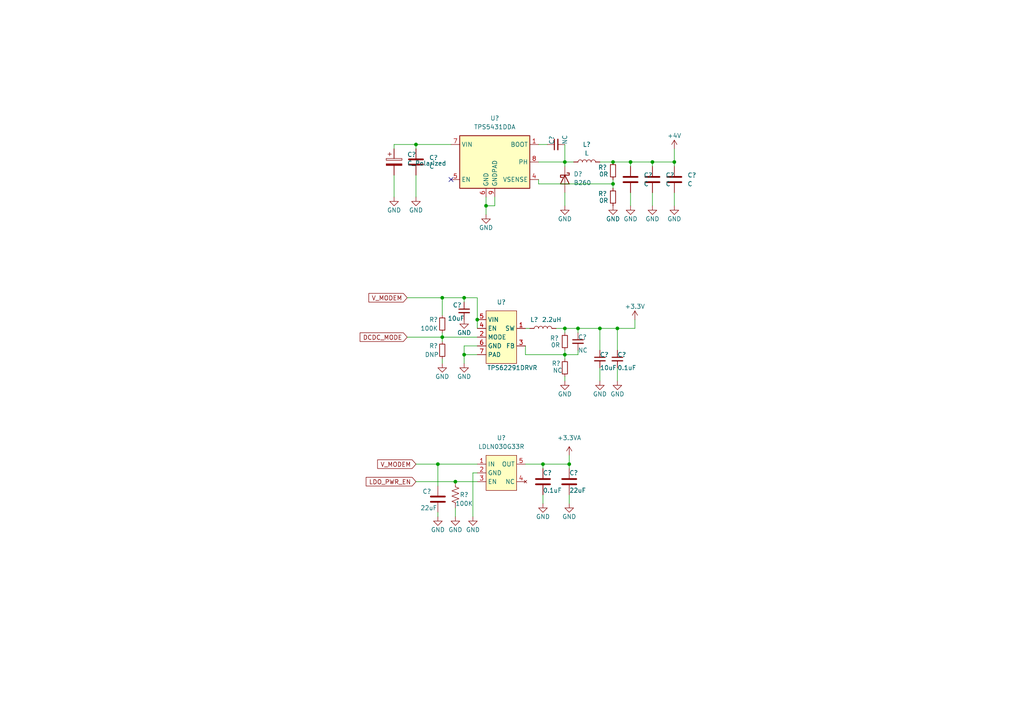
<source format=kicad_sch>
(kicad_sch (version 20230121) (generator eeschema)
  (paper "A4")
  (lib_symbols
    (symbol "Device:C" (pin_numbers hide) (pin_names (offset 0.254))
      (property "Reference" "C" (at 0.635 2.54 0))
      (property "Value" "C" (at 0.635 -2.54 0))
      (symbol "C_0_1"
        (polyline (pts (xy -2.032 -0.762) (xy 2.032 -0.762)) (stroke (width 0.508)))
        (polyline (pts (xy -2.032 0.762) (xy 2.032 0.762)) (stroke (width 0.508)))
      )
      (symbol "C_1_1"
        (pin passive line (at 0 3.81 270) (length 2.794) (name "~") (number "1"))
        (pin passive line (at 0 -3.81 90) (length 2.794) (name "~") (number "2"))
      )
    )
    (symbol "Device:C_Polarized" (pin_numbers hide) (pin_names (offset 0.254))
      (property "Reference" "C" (at 0.635 2.54 0))
      (property "Value" "C_Polarized" (at 0.635 -2.54 0))
      (symbol "C_Polarized_0_1"
        (rectangle (start -2.286 0.508) (end 2.286 1.016))
        (polyline (pts (xy -1.778 2.286) (xy -0.762 2.286)))
        (polyline (pts (xy -1.27 2.794) (xy -1.27 1.778)))
        (rectangle (start 2.286 -0.508) (end -2.286 -1.016) (fill (type outline)))
      )
      (symbol "C_Polarized_1_1"
        (pin passive line (at 0 3.81 270) (length 2.794) (name "~") (number "1"))
        (pin passive line (at 0 -3.81 90) (length 2.794) (name "~") (number "2"))
      )
    )
    (symbol "Device:C_Small" (pin_numbers hide) (pin_names (offset 0.254) hide)
      (property "Reference" "C" (at 0.254 1.778 0))
      (property "Value" "C_Small" (at 0.254 -2.032 0))
      (symbol "C_Small_0_1"
        (polyline (pts (xy -1.524 -0.508) (xy 1.524 -0.508)) (stroke (width 0.3302)))
        (polyline (pts (xy -1.524 0.508) (xy 1.524 0.508)) (stroke (width 0.3048)))
      )
      (symbol "C_Small_1_1"
        (pin passive line (at 0 2.54 270) (length 2.032) (name "~") (number "1"))
        (pin passive line (at 0 -2.54 90) (length 2.032) (name "~") (number "2"))
      )
    )
    (symbol "Device:L" (pin_numbers hide) (pin_names (offset 1.016) hide)
      (property "Reference" "L" (at -1.27 0 90))
      (property "Value" "L" (at 1.905 0 90))
      (symbol "L_0_1"
        (arc (start 0 -2.54) (mid 0.6323 -1.905) (end 0 -1.27))
        (arc (start 0 -1.27) (mid 0.6323 -0.635) (end 0 0))
        (arc (start 0 0) (mid 0.6323 0.635) (end 0 1.27))
        (arc (start 0 1.27) (mid 0.6323 1.905) (end 0 2.54))
      )
      (symbol "L_1_1"
        (pin passive line (at 0 3.81 270) (length 1.27) (name "1") (number "1"))
        (pin passive line (at 0 -3.81 90) (length 1.27) (name "2") (number "2"))
      )
    )
    (symbol "Device:R_Small" (pin_numbers hide) (pin_names (offset 0.254) hide)
      (property "Reference" "R" (at 0.762 0.508 0))
      (property "Value" "R_Small" (at 0.762 -1.016 0))
      (symbol "R_Small_0_1"
        (rectangle (start -0.762 1.778) (end 0.762 -1.778) (stroke (width 0.2032)))
      )
      (symbol "R_Small_1_1"
        (pin passive line (at 0 2.54 270) (length 0.762) (name "~") (number "1"))
        (pin passive line (at 0 -2.54 90) (length 0.762) (name "~") (number "2"))
      )
    )
    (symbol "Device:R_US" (pin_numbers hide) (pin_names (offset 0))
      (property "Reference" "R" (at 2.54 0 90))
      (property "Value" "R_US" (at -2.54 0 90))
      (symbol "R_US_0_1"
        (polyline (pts (xy 0 -2.286) (xy 0 -2.54)))
        (polyline (pts (xy 0 2.286) (xy 0 2.54)))
        (polyline (pts (xy 0 -0.762) (xy 1.016 -1.143) (xy 0 -1.524) (xy -1.016 -1.905) (xy 0 -2.286)))
        (polyline (pts (xy 0 0.762) (xy 1.016 0.381) (xy 0 0) (xy -1.016 -0.381) (xy 0 -0.762)))
        (polyline (pts (xy 0 2.286) (xy 1.016 1.905) (xy 0 1.524) (xy -1.016 1.143) (xy 0 0.762)))
      )
      (symbol "R_US_1_1"
        (pin passive line (at 0 3.81 270) (length 1.27) (name "~") (number "1"))
        (pin passive line (at 0 -3.81 90) (length 1.27) (name "~") (number "2"))
      )
    )
    (symbol "Diode:B260" (pin_numbers hide) (pin_names (offset 1.016) hide)
      (property "Reference" "D" (at 0 2.54 0))
      (property "Value" "B260" (at 0 -2.54 0))
      (symbol "B260_0_1"
        (polyline (pts (xy 1.27 0) (xy -1.27 0)))
        (polyline (pts (xy 1.27 1.27) (xy 1.27 -1.27) (xy -1.27 0) (xy 1.27 1.27)) (stroke (width 0.254)))
        (polyline (pts (xy -1.905 0.635) (xy -1.905 1.27) (xy -1.27 1.27) (xy -1.27 -1.27) (xy -0.635 -1.27) (xy -0.635 -0.635)) (stroke (width 0.254)))
      )
      (symbol "B260_1_1"
        (pin passive line (at -3.81 0 0) (length 2.54) (name "K") (number "1"))
        (pin passive line (at 3.81 0 180) (length 2.54) (name "A") (number "2"))
      )
    )
    (symbol "Regulator_Switching:TPS5431DDA"
      (property "Reference" "U" (at -10.16 8.89 0))
      (property "Value" "TPS5431DDA" (at -1.27 8.89 0))
      (symbol "TPS5431DDA_0_1"
        (rectangle (start -10.16 7.62) (end 10.16 -7.62) (stroke (width 0.254)) (fill (type background)))
      )
      (symbol "TPS5431DDA_1_1"
        (pin input line (at 12.7 5.08 180) (length 2.54) (name "BOOT") (number "1"))
        (pin no_connect line (at -10.16 2.54 0) (length 2.54) hide (name "NC") (number "2"))
        (pin no_connect line (at -10.16 -2.54 0) (length 2.54) hide (name "NC") (number "3"))
        (pin input line (at 12.7 -5.08 180) (length 2.54) (name "VSENSE") (number "4"))
        (pin input line (at -12.7 -5.08 0) (length 2.54) (name "EN") (number "5"))
        (pin power_in line (at -2.54 -10.16 90) (length 2.54) (name "GND") (number "6"))
        (pin power_in line (at -12.7 5.08 0) (length 2.54) (name "VIN") (number "7"))
        (pin output line (at 12.7 0 180) (length 2.54) (name "PH") (number "8"))
        (pin power_in line (at 0 -10.16 90) (length 2.54) (name "GNDPAD") (number "9"))
      )
    )
    (symbol "kicad_lib_particle:LDLN025M18R"
      (property "Reference" "U" (at 2.54 11.43 0))
      (property "Value" "LDLN025M18R" (at 8.89 -1.27 0))
      (symbol "LDLN025M18R_1_1"
        (rectangle (start 2.54 10.16) (end 11.43 0) (fill (type background)))
        (pin power_in line (at 0 7.62 0) (length 2.54) (name "IN") (number "1"))
        (pin power_in line (at 0 5.08 0) (length 2.54) (name "GND") (number "2"))
        (pin input line (at 0 2.54 0) (length 2.54) (name "EN") (number "3"))
        (pin no_connect line (at 13.97 2.54 180) (length 2.54) (name "NC") (number "4"))
        (pin power_out line (at 13.97 7.62 180) (length 2.54) (name "OUT") (number "5"))
      )
    )
    (symbol "kicad_lib_particle:TPS62291DRVR"
      (property "Reference" "U" (at -1.27 16.51 0))
      (property "Value" "TPS62291DRVR" (at 8.89 16.51 0))
      (symbol "TPS62291DRVR_1_1"
        (rectangle (start 0 15.24) (end 8.89 0) (fill (type background)))
        (pin power_in line (at 11.43 10.16 180) (length 2.54) (name "SW") (number "1"))
        (pin input line (at -2.54 7.62 0) (length 2.54) (name "MODE") (number "2"))
        (pin power_in line (at 11.43 5.08 180) (length 2.54) (name "FB") (number "3"))
        (pin input line (at -2.54 10.16 0) (length 2.54) (name "EN") (number "4"))
        (pin power_in line (at -2.54 12.7 0) (length 2.54) (name "VIN") (number "5"))
        (pin power_in line (at -2.54 5.08 0) (length 2.54) (name "GND") (number "6"))
        (pin power_in line (at -2.54 2.54 0) (length 2.54) (name "PAD") (number "7"))
      )
    )
    (symbol "power:+3.3V" (power) (pin_names (offset 0))
      (property "Value" "+3.3V" (at 0 3.556 0))
      (symbol "+3.3V_0_1"
        (polyline (pts (xy -0.762 1.27) (xy 0 2.54)))
        (polyline (pts (xy 0 0) (xy 0 2.54)))
        (polyline (pts (xy 0 2.54) (xy 0.762 1.27)))
      )
      (symbol "+3.3V_1_1"
        (pin power_in line (at 0 0 90) (length 0) hide (name "+3.3V") (number "1"))
      )
    )
    (symbol "power:+3.3VA" (power) (pin_names (offset 0))
      (property "Value" "+3.3VA" (at 0 3.556 0))
      (symbol "+3.3VA_0_1"
        (polyline (pts (xy -0.762 1.27) (xy 0 2.54)))
        (polyline (pts (xy 0 0) (xy 0 2.54)))
        (polyline (pts (xy 0 2.54) (xy 0.762 1.27)))
      )
      (symbol "+3.3VA_1_1"
        (pin power_in line (at 0 0 90) (length 0) hide (name "+3.3VA") (number "1"))
      )
    )
    (symbol "power:+4V" (power) (pin_names (offset 0))
      (property "Value" "+4V" (at 0 3.556 0))
      (symbol "+4V_0_1"
        (polyline (pts (xy -0.762 1.27) (xy 0 2.54)))
        (polyline (pts (xy 0 0) (xy 0 2.54)))
        (polyline (pts (xy 0 2.54) (xy 0.762 1.27)))
      )
      (symbol "+4V_1_1"
        (pin power_in line (at 0 0 90) (length 0) hide (name "+4V") (number "1"))
      )
    )
    (symbol "power:GND" (power) (pin_names (offset 0))
      (property "Value" "GND" (at 0 -3.81 0))
      (symbol "GND_0_1"
        (polyline (pts (xy 0 0) (xy 0 -1.27) (xy 1.27 -1.27) (xy 0 -2.54) (xy -1.27 -1.27) (xy 0 -1.27)))
      )
      (symbol "GND_1_1"
        (pin power_in line (at 0 0 270) (length 0) hide (name "GND") (number "1"))
      )
    )
  )
  (junction (at 189.23 46.99))
  (junction (at 163.83 102.87))
  (junction (at 138.43 92.71))
  (junction (at 195.58 46.99))
  (junction (at 140.97 59.69))
  (junction (at 182.88 46.99))
  (junction (at 128.27 86.36))
  (junction (at 128.27 97.79))
  (junction (at 127 134.62))
  (junction (at 165.1 134.62))
  (junction (at 179.07 95.25))
  (junction (at 134.62 86.36))
  (junction (at 120.65 41.91))
  (junction (at 132.08 139.7))
  (junction (at 167.64 95.25))
  (junction (at 177.8 46.99))
  (junction (at 157.48 134.62))
  (junction (at 177.8 53.34))
  (junction (at 173.99 95.25))
  (junction (at 134.62 102.87))
  (junction (at 163.83 95.25))
  (junction (at 163.83 46.99))
  (no_connect (at 130.81 52.07))
  (wire (pts (xy 143.51 57.15) (xy 143.51 59.69)))
  (wire (pts (xy 152.4 95.25) (xy 153.67 95.25)))
  (wire (pts (xy 156.21 53.34) (xy 177.8 53.34)))
  (wire (pts (xy 134.62 86.36) (xy 134.62 87.63)))
  (wire (pts (xy 128.27 97.79) (xy 138.43 97.79)))
  (wire (pts (xy 173.99 110.49) (xy 173.99 106.68)))
  (wire (pts (xy 128.27 86.36) (xy 128.27 91.44)))
  (wire (pts (xy 140.97 59.69) (xy 140.97 57.15)))
  (wire (pts (xy 156.21 46.99) (xy 163.83 46.99)))
  (wire (pts (xy 134.62 86.36) (xy 138.43 86.36)))
  (wire (pts (xy 195.58 59.69) (xy 195.58 55.88)))
  (wire (pts (xy 120.65 41.91) (xy 120.65 43.18)))
  (wire (pts (xy 138.43 100.33) (xy 134.62 100.33)))
  (wire (pts (xy 189.23 46.99) (xy 195.58 46.99)))
  (wire (pts (xy 189.23 59.69) (xy 189.23 55.88)))
  (wire (pts (xy 143.51 59.69) (xy 140.97 59.69)))
  (wire (pts (xy 163.83 46.99) (xy 163.83 48.26)))
  (wire (pts (xy 179.07 95.25) (xy 179.07 101.6)))
  (wire (pts (xy 134.62 102.87) (xy 134.62 105.41)))
  (wire (pts (xy 165.1 132.08) (xy 165.1 134.62)))
  (wire (pts (xy 173.99 46.99) (xy 177.8 46.99)))
  (wire (pts (xy 157.48 134.62) (xy 157.48 135.89)))
  (wire (pts (xy 120.65 57.15) (xy 120.65 50.8)))
  (wire (pts (xy 118.11 97.79) (xy 128.27 97.79)))
  (wire (pts (xy 163.83 102.87) (xy 163.83 104.14)))
  (wire (pts (xy 157.48 146.05) (xy 157.48 143.51)))
  (wire (pts (xy 161.29 95.25) (xy 163.83 95.25)))
  (wire (pts (xy 163.83 59.69) (xy 163.83 55.88)))
  (wire (pts (xy 132.08 147.32) (xy 132.08 149.86)))
  (wire (pts (xy 173.99 95.25) (xy 173.99 101.6)))
  (wire (pts (xy 163.83 110.49) (xy 163.83 109.22)))
  (wire (pts (xy 167.64 95.25) (xy 173.99 95.25)))
  (wire (pts (xy 127 149.86) (xy 127 148.59)))
  (wire (pts (xy 134.62 100.33) (xy 134.62 102.87)))
  (wire (pts (xy 114.3 57.15) (xy 114.3 50.8)))
  (wire (pts (xy 189.23 46.99) (xy 189.23 48.26)))
  (wire (pts (xy 140.97 62.23) (xy 140.97 59.69)))
  (wire (pts (xy 163.83 96.52) (xy 163.83 95.25)))
  (wire (pts (xy 165.1 134.62) (xy 165.1 135.89)))
  (wire (pts (xy 177.8 53.34) (xy 177.8 54.61)))
  (wire (pts (xy 163.83 41.91) (xy 163.83 46.99)))
  (wire (pts (xy 128.27 96.52) (xy 128.27 97.79)))
  (wire (pts (xy 165.1 146.05) (xy 165.1 143.51)))
  (wire (pts (xy 182.88 46.99) (xy 189.23 46.99)))
  (wire (pts (xy 167.64 95.25) (xy 163.83 95.25)))
  (wire (pts (xy 127 140.97) (xy 127 134.62)))
  (wire (pts (xy 182.88 46.99) (xy 182.88 48.26)))
  (wire (pts (xy 177.8 52.07) (xy 177.8 53.34)))
  (wire (pts (xy 163.83 101.6) (xy 163.83 102.87)))
  (wire (pts (xy 152.4 100.33) (xy 152.4 102.87)))
  (wire (pts (xy 195.58 43.18) (xy 195.58 46.99)))
  (wire (pts (xy 179.07 110.49) (xy 179.07 106.68)))
  (wire (pts (xy 138.43 92.71) (xy 138.43 86.36)))
  (wire (pts (xy 182.88 59.69) (xy 182.88 55.88)))
  (wire (pts (xy 134.62 102.87) (xy 138.43 102.87)))
  (wire (pts (xy 179.07 95.25) (xy 184.15 95.25)))
  (wire (pts (xy 120.65 41.91) (xy 114.3 41.91)))
  (wire (pts (xy 120.65 139.7) (xy 132.08 139.7)))
  (wire (pts (xy 120.65 134.62) (xy 127 134.62)))
  (wire (pts (xy 152.4 102.87) (xy 163.83 102.87)))
  (wire (pts (xy 177.8 46.99) (xy 182.88 46.99)))
  (wire (pts (xy 152.4 134.62) (xy 157.48 134.62)))
  (wire (pts (xy 114.3 41.91) (xy 114.3 43.18)))
  (wire (pts (xy 156.21 53.34) (xy 156.21 52.07)))
  (wire (pts (xy 128.27 86.36) (xy 134.62 86.36)))
  (wire (pts (xy 167.64 102.87) (xy 163.83 102.87)))
  (wire (pts (xy 195.58 46.99) (xy 195.58 48.26)))
  (wire (pts (xy 167.64 96.52) (xy 167.64 95.25)))
  (wire (pts (xy 138.43 137.16) (xy 137.16 137.16)))
  (wire (pts (xy 130.81 41.91) (xy 120.65 41.91)))
  (wire (pts (xy 128.27 97.79) (xy 128.27 99.06)))
  (wire (pts (xy 128.27 105.41) (xy 128.27 104.14)))
  (wire (pts (xy 156.21 41.91) (xy 158.75 41.91)))
  (wire (pts (xy 184.15 92.71) (xy 184.15 95.25)))
  (wire (pts (xy 163.83 46.99) (xy 166.37 46.99)))
  (wire (pts (xy 138.43 92.71) (xy 138.43 95.25)))
  (wire (pts (xy 127 134.62) (xy 138.43 134.62)))
  (wire (pts (xy 167.64 101.6) (xy 167.64 102.87)))
  (wire (pts (xy 173.99 95.25) (xy 179.07 95.25)))
  (wire (pts (xy 118.11 86.36) (xy 128.27 86.36)))
  (wire (pts (xy 157.48 134.62) (xy 165.1 134.62)))
  (wire (pts (xy 137.16 137.16) (xy 137.16 149.86)))
  (wire (pts (xy 132.08 139.7) (xy 138.43 139.7)))
  (global_label "DCDC_MODE" (shape input) (at 118.11 97.79 180) (property "Intersheetrefs" "${INTERSHEET_REFS}" (effects hide)))
  (global_label "V_MODEM" (shape input) (at 118.11 86.36 180) (property "Intersheetrefs" "${INTERSHEET_REFS}" (effects hide)))
  (global_label "V_MODEM" (shape input) (at 120.65 134.62 180) (property "Intersheetrefs" "${INTERSHEET_REFS}" (effects hide)))
  (global_label "LDO_PWR_EN" (shape input) (at 120.65 139.7 180) (property "Intersheetrefs" "${INTERSHEET_REFS}" (effects hide)))
  (symbol (lib_id "Device:L") (at 157.48 95.25 90) (unit 1)
    (property "Reference" "L?" (at 154.94 92.71 90))
    (property "Value" "2.2uH" (at 160.02 92.71 90))
    (property "Footprint" "Inductor_SMD:L_Changjiang_FNR4020S" (effects hide))
  )
  (symbol (lib_id "power:GND") (at 134.62 105.41 0) (unit 1)
    (property "Reference" "#PWR030" (effects hide))
    (property "Value" "GND" (at 134.62 109.22 0))
  )
  (symbol (lib_id "power:GND") (at 165.1 146.05 0) (unit 1)
    (property "Reference" "#PWR027" (effects hide))
    (property "Value" "GND" (at 165.1 149.86 0))
  )
  (symbol (lib_id "Device:R_US") (at 132.08 143.51 180) (unit 1)
    (property "Reference" "R?" (at 134.62 143.51 0))
    (property "Value" "100K" (at 134.62 146.05 0))
    (property "Footprint" "Resistor_SMD:R_0603_1608Metric" (effects hide))
  )
  (symbol (lib_id "Device:C") (at 165.1 139.7 0) (unit 1)
    (property "Reference" "C?" (at 165.1 137.16 0) (effects (justify left)))
    (property "Value" "22uF" (at 165.1 142.24 0) (effects (justify left)))
    (property "Footprint" "Capacitor_SMD:C_0603_1608Metric" (effects hide))
  )
  (symbol (lib_id "power:GND") (at 128.27 105.41 0) (unit 1)
    (property "Reference" "#PWR028" (effects hide))
    (property "Value" "GND" (at 128.27 109.22 0))
  )
  (symbol (lib_id "Device:C") (at 120.65 46.99 0) (unit 1)
    (property "Reference" "C?" (at 124.46 45.72 0) (effects (justify left)))
    (property "Value" "C" (at 124.46 48.26 0) (effects (justify left)))
  )
  (symbol (lib_id "Device:C_Small") (at 161.29 41.91 90) (unit 1)
    (property "Reference" "C?" (at 160.02 41.91 0) (effects (justify left)))
    (property "Value" "NC" (at 163.83 41.91 0) (effects (justify left)))
    (property "Footprint" "Capacitor_SMD:C_0603_1608Metric" (effects hide))
  )
  (symbol (lib_id "Device:C") (at 189.23 52.07 0) (unit 1)
    (property "Reference" "C?" (at 193.04 50.8 0) (effects (justify left)))
    (property "Value" "C" (at 193.04 53.34 0) (effects (justify left)))
  )
  (symbol (lib_id "power:GND") (at 179.07 110.49 0) (unit 1)
    (property "Reference" "#PWR033" (effects hide))
    (property "Value" "GND" (at 179.07 114.3 0))
  )
  (symbol (lib_id "power:GND") (at 120.65 57.15 0) (unit 1)
    (property "Reference" "#PWR037" (effects hide))
    (property "Value" "GND" (at 120.65 60.96 0))
  )
  (symbol (lib_id "power:GND") (at 157.48 146.05 0) (unit 1)
    (property "Reference" "#PWR026" (effects hide))
    (property "Value" "GND" (at 157.48 149.86 0))
  )
  (symbol (lib_id "power:GND") (at 195.58 59.69 0) (unit 1)
    (property "Reference" "#PWR043" (effects hide))
    (property "Value" "GND" (at 195.58 63.5 0))
  )
  (symbol (lib_id "Device:R_Small") (at 128.27 101.6 0) (unit 1)
    (property "Reference" "R?" (at 124.46 100.33 0) (effects (justify left)))
    (property "Value" "DNP" (at 123.19 102.87 0) (effects (justify left)))
    (property "Footprint" "Resistor_SMD:R_0603_1608Metric" (effects hide))
  )
  (symbol (lib_id "Device:C") (at 157.48 139.7 0) (unit 1)
    (property "Reference" "C?" (at 157.48 137.16 0) (effects (justify left)))
    (property "Value" "0.1uF" (at 157.48 142.24 0) (effects (justify left)))
    (property "Footprint" "Capacitor_SMD:C_0603_1608Metric" (effects hide))
  )
  (symbol (lib_id "power:GND") (at 137.16 149.86 0) (unit 1)
    (property "Reference" "#PWR025" (effects hide))
    (property "Value" "GND" (at 137.16 153.67 0))
  )
  (symbol (lib_id "Device:C") (at 195.58 52.07 0) (unit 1)
    (property "Reference" "C?" (at 199.39 50.8 0) (effects (justify left)))
    (property "Value" "C" (at 199.39 53.34 0) (effects (justify left)))
  )
  (symbol (lib_id "Regulator_Switching:TPS5431DDA") (at 143.51 46.99 0) (unit 1)
    (property "Reference" "U?" (at 143.51 34.29 0))
    (property "Value" "TPS5431DDA" (at 143.51 36.83 0))
    (property "Footprint" "Package_SO:TI_SO-PowerPAD-8_ThermalVias" (effects hide))
    (property "Datasheet" "http://www.ti.com/lit/ds/symlink/tps5430.pdf" (effects hide))
  )
  (symbol (lib_id "Device:R_Small") (at 163.83 106.68 0) (unit 1)
    (property "Reference" "R?" (at 160.02 105.41 0) (effects (justify left)))
    (property "Value" "NC" (at 160.3248 107.442 0) (effects (justify left)))
    (property "Footprint" "Resistor_SMD:R_0603_1608Metric" (effects hide))
  )
  (symbol (lib_id "power:GND") (at 114.3 57.15 0) (unit 1)
    (property "Reference" "#PWR038" (effects hide))
    (property "Value" "GND" (at 114.3 60.96 0))
  )
  (symbol (lib_id "power:+3.3V") (at 184.15 92.71 0) (unit 1)
    (property "Reference" "#PWR034" (effects hide))
    (property "Value" "+3.3V" (at 184.15 88.9 0))
  )
  (symbol (lib_id "Device:R_Small") (at 128.27 93.98 0) (unit 1)
    (property "Reference" "R?" (at 124.46 92.71 0) (effects (justify left)))
    (property "Value" "100K" (at 121.92 95.25 0) (effects (justify left)))
    (property "Footprint" "Resistor_SMD:R_0603_1608Metric" (effects hide))
  )
  (symbol (lib_id "Device:C") (at 127 144.78 0) (unit 1)
    (property "Reference" "C?" (at 122.5296 142.5448 0) (effects (justify left)))
    (property "Value" "22uF" (at 121.92 147.32 0) (effects (justify left)))
    (property "Footprint" "Capacitor_SMD:C_0603_1608Metric" (effects hide))
  )
  (symbol (lib_id "power:GND") (at 140.97 62.23 0) (unit 1)
    (property "Reference" "#PWR036" (effects hide))
    (property "Value" "GND" (at 140.97 66.04 0))
  )
  (symbol (lib_id "Device:R_Small") (at 177.8 49.53 0) (unit 1)
    (property "Reference" "R?" (at 173.482 48.5648 0) (effects (justify left)))
    (property "Value" "0R" (at 173.736 50.546 0) (effects (justify left)))
    (property "Footprint" "Resistor_SMD:R_0603_1608Metric" (effects hide))
  )
  (symbol (lib_id "power:GND") (at 134.62 92.71 0) (unit 1)
    (property "Reference" "#PWR029" (effects hide))
    (property "Value" "GND" (at 134.62 96.52 0))
  )
  (symbol (lib_id "kicad_lib_particle:LDLN025M18R") (at 138.43 142.24 0) (unit 1)
    (property "Reference" "U?" (at 145.415 127 0))
    (property "Value" "LDLN030G33R" (at 145.415 129.54 0))
    (property "Footprint" "Package_TO_SOT_SMD:SOT-23-5" (effects hide))
  )
  (symbol (lib_id "Device:C") (at 182.88 52.07 0) (unit 1)
    (property "Reference" "C?" (at 186.69 50.8 0) (effects (justify left)))
    (property "Value" "C" (at 186.69 53.34 0) (effects (justify left)))
  )
  (symbol (lib_id "Diode:B260") (at 163.83 52.07 270) (unit 1)
    (property "Reference" "D?" (at 166.37 50.4825 90) (effects (justify left)))
    (property "Value" "B260" (at 166.37 53.0225 90) (effects (justify left)))
    (property "Footprint" "Diode_SMD:D_SMB" (effects hide))
    (property "Datasheet" "http://www.jameco.com/Jameco/Products/ProdDS/1538777.pdf" (effects hide))
  )
  (symbol (lib_id "kicad_lib_particle:TPS62291DRVR") (at 140.97 105.41 0) (unit 1)
    (property "Reference" "U?" (at 145.415 87.63 0))
    (property "Value" "TPS62291DRVR" (at 148.59 106.68 0))
    (property "Footprint" "particle_kicad_lib:WSON-6-EP" (effects hide))
  )
  (symbol (lib_id "Device:C_Polarized") (at 114.3 46.99 0) (unit 1)
    (property "Reference" "C?" (at 118.11 44.831 0) (effects (justify left)))
    (property "Value" "C_Polarized" (at 118.11 47.371 0) (effects (justify left)))
  )
  (symbol (lib_id "power:+4V") (at 195.58 43.18 0) (unit 1)
    (property "Reference" "#PWR044" (effects hide))
    (property "Value" "+4V" (at 195.58 39.37 0))
  )
  (symbol (lib_id "power:GND") (at 173.99 110.49 0) (unit 1)
    (property "Reference" "#PWR032" (effects hide))
    (property "Value" "GND" (at 173.99 114.3 0))
  )
  (symbol (lib_id "power:GND") (at 177.8 59.69 0) (unit 1)
    (property "Reference" "#PWR040" (effects hide))
    (property "Value" "GND" (at 177.8 63.5 0))
  )
  (symbol (lib_id "power:GND") (at 189.23 59.69 0) (unit 1)
    (property "Reference" "#PWR042" (effects hide))
    (property "Value" "GND" (at 189.23 63.5 0))
  )
  (symbol (lib_id "power:GND") (at 163.83 59.69 0) (unit 1)
    (property "Reference" "#PWR039" (effects hide))
    (property "Value" "GND" (at 163.83 63.5 0))
  )
  (symbol (lib_id "Device:L") (at 170.18 46.99 90) (unit 1)
    (property "Reference" "L?" (at 170.18 41.91 90))
    (property "Value" "L" (at 170.18 44.45 90))
  )
  (symbol (lib_id "Device:R_Small") (at 163.83 99.06 0) (unit 1)
    (property "Reference" "R?" (at 159.512 98.0948 0) (effects (justify left)))
    (property "Value" "0R" (at 159.766 100.076 0) (effects (justify left)))
    (property "Footprint" "Resistor_SMD:R_0603_1608Metric" (effects hide))
  )
  (symbol (lib_id "power:GND") (at 132.08 149.86 0) (unit 1)
    (property "Reference" "#PWR024" (effects hide))
    (property "Value" "GND" (at 132.08 153.67 0))
  )
  (symbol (lib_id "Device:R_Small") (at 177.8 57.15 0) (unit 1)
    (property "Reference" "R?" (at 173.482 56.1848 0) (effects (justify left)))
    (property "Value" "0R" (at 173.736 58.166 0) (effects (justify left)))
    (property "Footprint" "Resistor_SMD:R_0603_1608Metric" (effects hide))
  )
  (symbol (lib_id "Device:C_Small") (at 173.99 104.14 0) (unit 1)
    (property "Reference" "C?" (at 173.99 102.87 0) (effects (justify left)))
    (property "Value" "10uF" (at 173.99 106.68 0) (effects (justify left)))
    (property "Footprint" "Capacitor_SMD:C_0603_1608Metric" (effects hide))
  )
  (symbol (lib_id "Device:C_Small") (at 167.64 99.06 0) (unit 1)
    (property "Reference" "C?" (at 167.64 97.79 0) (effects (justify left)))
    (property "Value" "NC" (at 167.64 101.6 0) (effects (justify left)))
    (property "Footprint" "Capacitor_SMD:C_0603_1608Metric" (effects hide))
  )
  (symbol (lib_id "Device:C_Small") (at 134.62 90.17 0) (unit 1)
    (property "Reference" "C?" (at 131.318 88.4936 0) (effects (justify left)))
    (property "Value" "10uF" (at 129.8448 92.3544 0) (effects (justify left)))
    (property "Footprint" "Capacitor_SMD:C_0805_2012Metric" (effects hide))
  )
  (symbol (lib_id "power:GND") (at 127 149.86 0) (unit 1)
    (property "Reference" "#PWR023" (effects hide))
    (property "Value" "GND" (at 127 153.67 0))
  )
  (symbol (lib_id "power:+3.3VA") (at 165.1 132.08 0) (unit 1)
    (property "Reference" "#PWR035" (effects hide))
    (property "Value" "+3.3VA" (at 165.1 127 0))
  )
  (symbol (lib_id "power:GND") (at 182.88 59.69 0) (unit 1)
    (property "Reference" "#PWR041" (effects hide))
    (property "Value" "GND" (at 182.88 63.5 0))
  )
  (symbol (lib_id "power:GND") (at 163.83 110.49 0) (unit 1)
    (property "Reference" "#PWR031" (effects hide))
    (property "Value" "GND" (at 163.83 114.3 0))
  )
  (symbol (lib_id "Device:C_Small") (at 179.07 104.14 0) (unit 1)
    (property "Reference" "C?" (at 179.07 102.87 0) (effects (justify left)))
    (property "Value" "0.1uF" (at 179.07 106.68 0) (effects (justify left)))
    (property "Footprint" "Capacitor_SMD:C_0603_1608Metric" (effects hide))
  )
)
</source>
